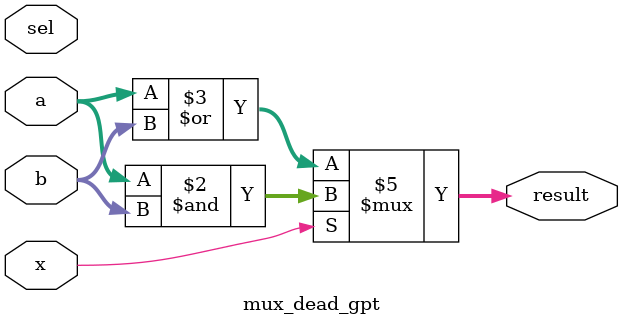
<source format=v>
module mux_dead_gpt(
    input x,
    input sel,
    input [7:0] a,        // 8-bit input operand A
    input [7:0] b,        // 8-bit input operand B
    output reg [7:0] result  // Output result
);

// Optimize the logic by combining AND and OR operations into one logic block
always @(*) begin
    if (x) begin
        result = a & b;  // Directly perform AND operation
    end else begin
        result = a | b;  // Directly perform OR operation
    end
end

endmodule
</source>
